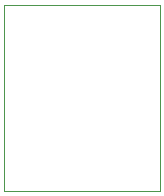
<source format=gbr>
%TF.GenerationSoftware,KiCad,Pcbnew,(5.1.10)-1*%
%TF.CreationDate,2021-07-28T11:58:59-05:00*%
%TF.ProjectId,AD7156-Breakout,41443731-3536-42d4-9272-65616b6f7574,rev?*%
%TF.SameCoordinates,Original*%
%TF.FileFunction,Profile,NP*%
%FSLAX46Y46*%
G04 Gerber Fmt 4.6, Leading zero omitted, Abs format (unit mm)*
G04 Created by KiCad (PCBNEW (5.1.10)-1) date 2021-07-28 11:58:59*
%MOMM*%
%LPD*%
G01*
G04 APERTURE LIST*
%TA.AperFunction,Profile*%
%ADD10C,0.050000*%
%TD*%
G04 APERTURE END LIST*
D10*
X159004000Y-94996000D02*
X159004000Y-110744000D01*
X145796000Y-94996000D02*
X159004000Y-94996000D01*
X145796000Y-110744000D02*
X145796000Y-94996000D01*
X159004000Y-110744000D02*
X145796000Y-110744000D01*
M02*

</source>
